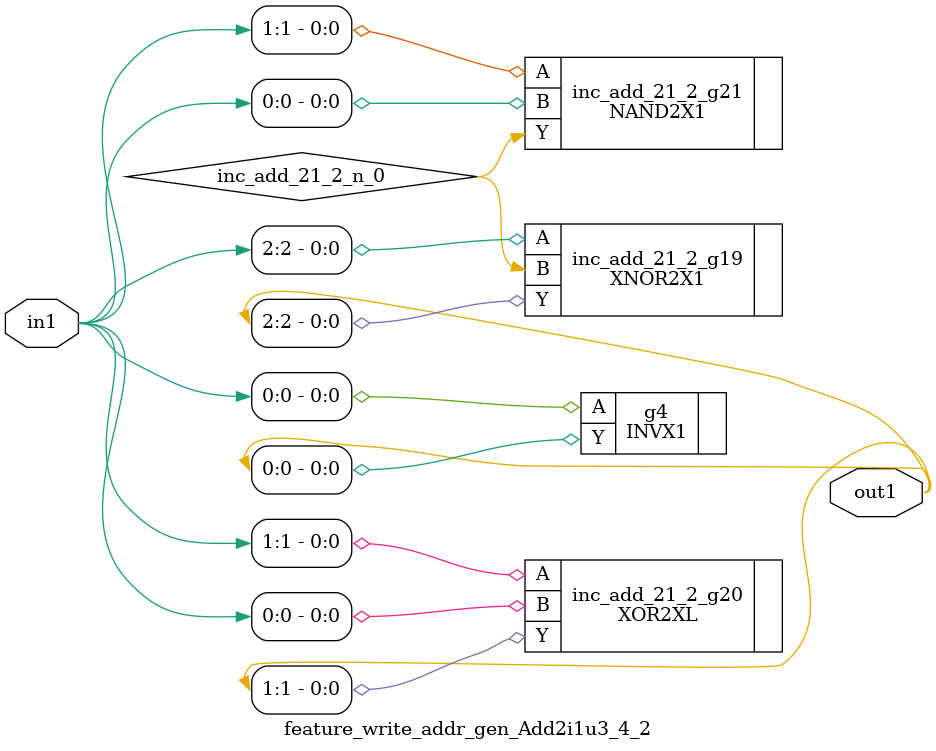
<source format=v>
`timescale 1ps / 1ps


module feature_write_addr_gen_Add2i1u3_4_2(in1, out1);
  input [2:0] in1;
  output [2:0] out1;
  wire [2:0] in1;
  wire [2:0] out1;
  wire inc_add_21_2_n_0;
  INVX1 g4(.A (in1[0]), .Y (out1[0]));
  XNOR2X1 inc_add_21_2_g19(.A (in1[2]), .B (inc_add_21_2_n_0), .Y
       (out1[2]));
  XOR2XL inc_add_21_2_g20(.A (in1[1]), .B (in1[0]), .Y (out1[1]));
  NAND2X1 inc_add_21_2_g21(.A (in1[1]), .B (in1[0]), .Y
       (inc_add_21_2_n_0));
endmodule



</source>
